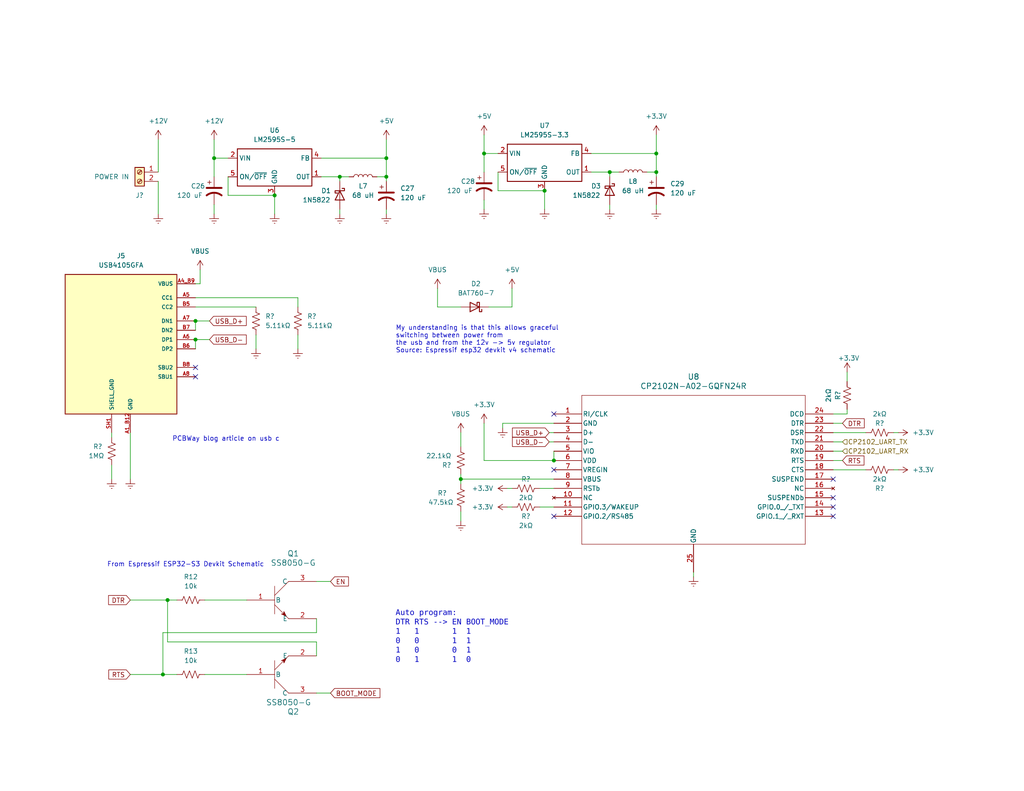
<source format=kicad_sch>
(kicad_sch (version 20230121) (generator eeschema)
  (paper "USLetter")
  (title_block (title "Power and USB") (date "2023-10-17") (rev "0.1") (company "Texas A&M ECEN Capstone"))
  (lib_symbols
    (symbol "CP2102:CP2102N-A02-GQFN24R" (pin_names (offset 0.254))
      (property "Reference" "U7" (at 38.1 10.16 0))
      (property "Value" "CP2102N-A02-GQFN24R" (at 38.1 7.62 0))
      (symbol "CP2102N-A02-GQFN24R_0_1"
        (polyline (pts (xy 7.62 -35.56) (xy 68.58 -35.56)) (stroke (width 0.127)))
        (polyline (pts (xy 7.62 5.08) (xy 7.62 -35.56)) (stroke (width 0.127)))
        (polyline (pts (xy 68.58 -35.56) (xy 68.58 5.08)) (stroke (width 0.127)))
        (polyline (pts (xy 68.58 5.08) (xy 7.62 5.08)) (stroke (width 0.127)))
        (pin bidirectional line (at 0 0 0) (length 7.62) (name "RI/CLK") (number "1"))
        (pin no_connect line (at 0 -22.86 0) (length 7.62) (name "NC") (number "10"))
        (pin bidirectional line (at 0 -25.4 0) (length 7.62) (name "GPIO.3/WAKEUP") (number "11"))
        (pin bidirectional line (at 0 -27.94 0) (length 7.62) (name "GPIO.2/RS485") (number "12"))
        (pin bidirectional line (at 76.2 -27.94 180) (length 7.62) (name "GPIO.1_/_RXT") (number "13"))
        (pin bidirectional line (at 76.2 -25.4 180) (length 7.62) (name "GPIO.0_/_TXT") (number "14"))
        (pin output line (at 76.2 -22.86 180) (length 7.62) (name "SUSPENDb") (number "15"))
        (pin no_connect line (at 76.2 -20.32 180) (length 7.62) (name "NC") (number "16"))
        (pin output line (at 76.2 -17.78 180) (length 7.62) (name "SUSPEND") (number "17"))
        (pin input line (at 76.2 -15.24 180) (length 7.62) (name "CTS") (number "18"))
        (pin output line (at 76.2 -12.7 180) (length 7.62) (name "RTS") (number "19"))
        (pin power_out line (at 0 -2.54 0) (length 7.62) (name "GND") (number "2"))
        (pin input line (at 76.2 -10.16 180) (length 7.62) (name "RXD") (number "20"))
        (pin output line (at 76.2 -7.62 180) (length 7.62) (name "TXD") (number "21"))
        (pin input line (at 76.2 -5.08 180) (length 7.62) (name "DSR") (number "22"))
        (pin output line (at 76.2 -2.54 180) (length 7.62) (name "DTR") (number "23"))
        (pin input line (at 76.2 0 180) (length 7.62) (name "DCD") (number "24"))
        (pin power_out line (at 38.1 -43.18 90) (length 7.62) (name "GND") (number "25"))
        (pin bidirectional line (at 0 -5.08 0) (length 7.62) (name "D+") (number "3"))
        (pin bidirectional line (at 0 -7.62 0) (length 7.62) (name "D-") (number "4"))
        (pin power_in line (at 0 -10.16 0) (length 7.62) (name "VIO") (number "5"))
        (pin power_in line (at 0 -12.7 0) (length 7.62) (name "VDD") (number "6"))
        (pin power_in line (at 0 -15.24 0) (length 7.62) (name "VREGIN") (number "7"))
        (pin input line (at 0 -17.78 0) (length 7.62) (name "VBUS") (number "8"))
        (pin unspecified line (at 0 -20.32 0) (length 7.62) (name "RSTb") (number "9"))
      )
    )
    (symbol "Connector:Screw_Terminal_01x02" (pin_names (offset 1.016) hide)
      (property "Reference" "J" (at 0 2.54 0))
      (property "Value" "Screw_Terminal_01x02" (at 0 -5.08 0))
      (symbol "Screw_Terminal_01x02_1_1"
        (rectangle (start -1.27 1.27) (end 1.27 -3.81) (stroke (width 0.254)) (fill (type background)))
        (circle (center 0 -2.54) (radius 0.635) (stroke (width 0.1524)))
        (polyline (pts (xy -0.5334 -2.2098) (xy 0.3302 -3.048)) (stroke (width 0.1524)))
        (polyline (pts (xy -0.5334 0.3302) (xy 0.3302 -0.508)) (stroke (width 0.1524)))
        (polyline (pts (xy -0.3556 -2.032) (xy 0.508 -2.8702)) (stroke (width 0.1524)))
        (polyline (pts (xy -0.3556 0.508) (xy 0.508 -0.3302)) (stroke (width 0.1524)))
        (circle (center 0 0) (radius 0.635) (stroke (width 0.1524)))
        (pin passive line (at -5.08 0 0) (length 3.81) (name "Pin_1") (number "1"))
        (pin passive line (at -5.08 -2.54 0) (length 3.81) (name "Pin_2") (number "2"))
      )
    )
    (symbol "Device:C_Polarized_US" (pin_numbers hide) (pin_names (offset 0.254) hide)
      (property "Reference" "C" (at 0.635 2.54 0))
      (property "Value" "C_Polarized_US" (at 0.635 -2.54 0))
      (symbol "C_Polarized_US_0_1"
        (polyline (pts (xy -2.032 0.762) (xy 2.032 0.762)) (stroke (width 0.508)))
        (polyline (pts (xy -1.778 2.286) (xy -0.762 2.286)))
        (polyline (pts (xy -1.27 1.778) (xy -1.27 2.794)))
        (arc (start 2.032 -1.27) (mid 0 -0.5572) (end -2.032 -1.27) (stroke (width 0.508)))
      )
      (symbol "C_Polarized_US_1_1"
        (pin passive line (at 0 3.81 270) (length 2.794) (name "~") (number "1"))
        (pin passive line (at 0 -3.81 90) (length 3.302) (name "~") (number "2"))
      )
    )
    (symbol "Device:D_Schottky" (pin_numbers hide) (pin_names (offset 1.016) hide)
      (property "Reference" "D2" (at -0.3175 -6.35 0))
      (property "Value" "BAT760-7" (at -0.3175 -3.81 0))
      (symbol "D_Schottky_0_1"
        (polyline (pts (xy 1.27 0) (xy -1.27 0)))
        (polyline (pts (xy 1.27 1.27) (xy 1.27 -1.27) (xy -1.27 0) (xy 1.27 1.27)) (stroke (width 0.254)))
        (polyline (pts (xy -1.905 0.635) (xy -1.905 1.27) (xy -1.27 1.27) (xy -1.27 -1.27) (xy -0.635 -1.27) (xy -0.635 -0.635)) (stroke (width 0.254)))
      )
      (symbol "D_Schottky_1_1"
        (pin passive line (at 3.81 0 180) (length 2.54) (name "A") (number "1"))
        (pin passive line (at -3.81 0 0) (length 2.54) (name "K") (number "2"))
      )
    )
    (symbol "Device:L" (pin_numbers hide) (pin_names (offset 1.016) hide)
      (property "Reference" "L" (at -1.27 0 90))
      (property "Value" "L" (at 1.905 0 90))
      (symbol "L_0_1"
        (arc (start 0 -2.54) (mid 0.6323 -1.905) (end 0 -1.27))
        (arc (start 0 -1.27) (mid 0.6323 -0.635) (end 0 0))
        (arc (start 0 0) (mid 0.6323 0.635) (end 0 1.27))
        (arc (start 0 1.27) (mid 0.6323 1.905) (end 0 2.54))
      )
      (symbol "L_1_1"
        (pin passive line (at 0 3.81 270) (length 1.27) (name "1") (number "1"))
        (pin passive line (at 0 -3.81 90) (length 1.27) (name "2") (number "2"))
      )
    )
    (symbol "Device:R_US" (pin_numbers hide) (pin_names (offset 0))
      (property "Reference" "R" (at 2.54 0 90))
      (property "Value" "R_US" (at -2.54 0 90))
      (symbol "R_US_0_1"
        (polyline (pts (xy 0 -2.286) (xy 0 -2.54)))
        (polyline (pts (xy 0 2.286) (xy 0 2.54)))
        (polyline (pts (xy 0 -0.762) (xy 1.016 -1.143) (xy 0 -1.524) (xy -1.016 -1.905) (xy 0 -2.286)))
        (polyline (pts (xy 0 0.762) (xy 1.016 0.381) (xy 0 0) (xy -1.016 -0.381) (xy 0 -0.762)))
        (polyline (pts (xy 0 2.286) (xy 1.016 1.905) (xy 0 1.524) (xy -1.016 1.143) (xy 0 0.762)))
      )
      (symbol "R_US_1_1"
        (pin passive line (at 0 3.81 270) (length 1.27) (name "~") (number "1"))
        (pin passive line (at 0 -3.81 90) (length 1.27) (name "~") (number "2"))
      )
    )
    (symbol "Diode:1N5822" (pin_numbers hide) (pin_names (offset 1.016) hide)
      (property "Reference" "D" (at 0 2.54 0))
      (property "Value" "1N5822" (at 0 -2.54 0))
      (symbol "1N5822_0_1"
        (polyline (pts (xy 1.27 0) (xy -1.27 0)))
        (polyline (pts (xy 1.27 1.27) (xy 1.27 -1.27) (xy -1.27 0) (xy 1.27 1.27)) (stroke (width 0.254)))
        (polyline (pts (xy -1.905 0.635) (xy -1.905 1.27) (xy -1.27 1.27) (xy -1.27 -1.27) (xy -0.635 -1.27) (xy -0.635 -0.635)) (stroke (width 0.254)))
      )
      (symbol "1N5822_1_1"
        (pin passive line (at -3.81 0 0) (length 2.54) (name "K") (number "1"))
        (pin passive line (at 3.81 0 180) (length 2.54) (name "A") (number "2"))
      )
    )
    (symbol "Regulator_Switching:LM2595S-3.3"
      (property "Reference" "U6" (at 0 10.16 0))
      (property "Value" "LM2595S-3.3" (at 0 7.62 0))
      (symbol "LM2595S-3.3_1_1"
        (rectangle (start -10.16 5.08) (end 10.16 -5.08) (stroke (width 0.254)))
        (pin output line (at 12.7 -2.54 180) (length 2.54) (name "OUT") (number "1"))
        (pin power_in line (at -12.7 2.54 0) (length 2.54) (name "VIN") (number "2"))
        (pin power_in line (at 0 -7.62 90) (length 2.54) (name "GND") (number "3"))
        (pin input line (at 12.7 2.54 180) (length 2.54) (name "FB") (number "4"))
        (pin input line (at -12.7 -2.54 0) (length 2.54) (name "ON/~{OFF}") (number "5"))
      )
    )
    (symbol "Regulator_Switching:LM2595S-5"
      (property "Reference" "U7" (at 0 10.16 0))
      (property "Value" "LM2595S-5" (at 0 7.62 0))
      (symbol "LM2595S-5_1_1"
        (rectangle (start -10.16 5.08) (end 10.16 -5.08) (stroke (width 0.254)))
        (pin output line (at 12.7 -2.54 180) (length 2.54) (name "OUT") (number "1"))
        (pin power_in line (at -12.7 2.54 0) (length 2.54) (name "VIN") (number "2"))
        (pin power_in line (at 0 -7.62 90) (length 2.54) (name "GND") (number "3"))
        (pin input line (at 12.7 2.54 180) (length 2.54) (name "FB") (number "4"))
        (pin input line (at -12.7 -2.54 0) (length 2.54) (name "ON/~{OFF}") (number "5"))
      )
    )
    (symbol "SS8050-G_1" (pin_names (offset 0.254))
      (property "Reference" "Q1" (at 20.32 12.7 0))
      (property "Value" "SS8050-G" (at 20.32 10.16 0))
      (symbol "SS8050-G_1_0_1"
        (polyline (pts (xy 15.24 -1.27) (xy 17.78 -3.81)) (stroke (width 0.127)))
        (polyline (pts (xy 15.24 1.27) (xy 19.05 5.08)) (stroke (width 0.127)))
        (polyline (pts (xy 15.24 3.81) (xy 15.24 -3.81)) (stroke (width 0.127)))
        (polyline (pts (xy 17.145 -3.81) (xy 18.415 -4.445)) (stroke (width 0.127)))
        (polyline (pts (xy 17.78 -3.81) (xy 17.145 -3.81)) (stroke (width 0.127)))
        (polyline (pts (xy 17.78 -3.175) (xy 17.78 -3.81)) (stroke (width 0.127)))
        (polyline (pts (xy 18.415 -4.445) (xy 17.78 -3.175)) (stroke (width 0.127)))
        (polyline (pts (xy 18.415 -4.445) (xy 19.05 -5.08)) (stroke (width 0.127)))
        (polyline (pts (xy 17.145 -3.81) (xy 17.78 -3.81) (xy 17.78 -3.175) (xy 18.415 -4.445)) (fill (type outline)))
      )
      (symbol "SS8050-G_1_1_1"
        (pin free line (at 7.62 0 0) (length 7.62) (name "B") (number "1"))
        (pin free line (at 26.67 -5.08 180) (length 7.62) (name "E") (number "2"))
        (pin free line (at 26.67 5.08 180) (length 7.62) (name "C") (number "3"))
      )
    )
    (symbol "USB_conn:USB4105GFA" (pin_names (offset 1.016))
      (property "Reference" "J12" (at 0 17.78 0))
      (property "Value" "USB4105GFA" (at 0 15.24 0))
      (symbol "USB4105GFA_0_0"
        (rectangle (start -15.24 12.7) (end 15.24 -25.4) (stroke (width 0.254)) (fill (type background)))
        (pin power_in line (at 2.54 -30.48 90) (length 5.08) (name "GND") (number "A1_B12"))
        (pin power_in line (at 20.32 10.16 180) (length 5.08) (name "VBUS") (number "A4_B9"))
        (pin bidirectional line (at 20.32 6.35 180) (length 5.08) (name "CC1") (number "A5"))
        (pin bidirectional line (at 20.32 -5.08 180) (length 5.08) (name "DP1") (number "A6"))
        (pin bidirectional line (at 20.32 0 180) (length 5.08) (name "DN1") (number "A7"))
        (pin bidirectional line (at 20.32 -15.24 180) (length 5.08) (name "SBU1") (number "A8"))
        (pin bidirectional line (at 20.32 3.81 180) (length 5.08) (name "CC2") (number "B5"))
        (pin bidirectional line (at 20.32 -7.62 180) (length 5.08) (name "DP2") (number "B6"))
        (pin bidirectional line (at 20.32 -2.54 180) (length 5.08) (name "DN2") (number "B7"))
        (pin bidirectional line (at 20.32 -12.7 180) (length 5.08) (name "SBU2") (number "B8"))
        (pin power_in line (at -2.54 -30.48 90) (length 5.08) (name "SHELL_GND") (number "SH1"))
      )
    )
    (symbol "power:+12V" (power) (pin_names (offset 0))
      (property "Value" "+12V" (at 0 3.556 0))
      (symbol "+12V_0_1"
        (polyline (pts (xy -0.762 1.27) (xy 0 2.54)))
        (polyline (pts (xy 0 0) (xy 0 2.54)))
        (polyline (pts (xy 0 2.54) (xy 0.762 1.27)))
      )
      (symbol "+12V_1_1"
        (pin power_in line (at 0 0 90) (length 0) hide (name "+12V") (number "1"))
      )
    )
    (symbol "power:+3.3V" (power) (pin_names (offset 0))
      (property "Value" "+3.3V" (at 0 3.556 0))
      (symbol "+3.3V_0_1"
        (polyline (pts (xy -0.762 1.27) (xy 0 2.54)))
        (polyline (pts (xy 0 0) (xy 0 2.54)))
        (polyline (pts (xy 0 2.54) (xy 0.762 1.27)))
      )
      (symbol "+3.3V_1_1"
        (pin power_in line (at 0 0 90) (length 0) hide (name "+3.3V") (number "1"))
      )
    )
    (symbol "power:+5V" (power) (pin_names (offset 0))
      (property "Value" "+5V" (at 0 3.556 0))
      (symbol "+5V_0_1"
        (polyline (pts (xy -0.762 1.27) (xy 0 2.54)))
        (polyline (pts (xy 0 0) (xy 0 2.54)))
        (polyline (pts (xy 0 2.54) (xy 0.762 1.27)))
      )
      (symbol "+5V_1_1"
        (pin power_in line (at 0 0 90) (length 0) hide (name "+5V") (number "1"))
      )
    )
    (symbol "power:GNDREF" (power) (pin_names (offset 0))
      (property "Value" "GNDREF" (at 0 -3.81 0))
      (symbol "GNDREF_0_1"
        (polyline (pts (xy -0.635 -1.905) (xy 0.635 -1.905)))
        (polyline (pts (xy -0.127 -2.54) (xy 0.127 -2.54)))
        (polyline (pts (xy 0 -1.27) (xy 0 0)))
        (polyline (pts (xy 1.27 -1.27) (xy -1.27 -1.27)))
      )
      (symbol "GNDREF_1_1"
        (pin power_in line (at 0 0 270) (length 0) hide (name "GNDREF") (number "1"))
      )
    )
    (symbol "power:VBUS" (power) (pin_names (offset 0))
      (property "Value" "VBUS" (at 0 3.81 0))
      (symbol "VBUS_0_1"
        (polyline (pts (xy -0.762 1.27) (xy 0 2.54)))
        (polyline (pts (xy 0 0) (xy 0 2.54)))
        (polyline (pts (xy 0 2.54) (xy 0.762 1.27)))
      )
      (symbol "VBUS_1_1"
        (pin power_in line (at 0 0 90) (length 0) hide (name "VBUS") (number "1"))
      )
    )
  )
  (junction (at 105.41 48.26))
  (junction (at 166.37 46.99))
  (junction (at 53.34 87.63))
  (junction (at 105.41 43.18))
  (junction (at 148.59 52.07))
  (junction (at 53.34 92.71))
  (junction (at 45.72 163.83))
  (junction (at 58.42 43.18))
  (junction (at 44.45 184.15))
  (junction (at 179.07 41.91))
  (junction (at 74.93 53.34))
  (junction (at 151.13 125.73))
  (junction (at 92.71 48.26))
  (junction (at 132.08 41.91))
  (junction (at 125.73 130.81))
  (junction (at 179.07 46.99))
  (no_connect (at 151.13 140.97))
  (no_connect (at 151.13 113.03))
  (no_connect (at 53.34 102.87))
  (no_connect (at 227.33 138.43))
  (no_connect (at 227.33 140.97))
  (no_connect (at 151.13 128.27))
  (no_connect (at 53.34 100.33))
  (no_connect (at 227.33 135.89))
  (no_connect (at 227.33 130.81))
  (wire (pts (xy 229.87 123.19) (xy 227.33 123.19)))
  (wire (pts (xy 137.16 116.84) (xy 137.16 115.57)))
  (wire (pts (xy 151.13 123.19) (xy 151.13 125.73)))
  (wire (pts (xy 105.41 48.26) (xy 102.87 48.26)))
  (wire (pts (xy 135.89 52.07) (xy 135.89 46.99)))
  (wire (pts (xy 53.34 77.47) (xy 54.61 77.47)))
  (wire (pts (xy 35.56 184.15) (xy 44.45 184.15)))
  (wire (pts (xy 81.28 81.28) (xy 81.28 83.82)))
  (wire (pts (xy 149.86 120.65) (xy 151.13 120.65)))
  (wire (pts (xy 92.71 48.26) (xy 87.63 48.26)))
  (wire (pts (xy 44.45 184.15) (xy 48.26 184.15)))
  (wire (pts (xy 125.73 130.81) (xy 151.13 130.81)))
  (wire (pts (xy 133.35 83.82) (xy 139.7 83.82)))
  (wire (pts (xy 55.88 163.83) (xy 67.31 163.83)))
  (wire (pts (xy 243.84 118.11) (xy 245.11 118.11)))
  (wire (pts (xy 179.07 46.99) (xy 179.07 48.26)))
  (wire (pts (xy 132.08 36.83) (xy 132.08 41.91)))
  (wire (pts (xy 139.7 133.35) (xy 138.43 133.35)))
  (wire (pts (xy 166.37 46.99) (xy 161.29 46.99)))
  (wire (pts (xy 53.34 92.71) (xy 57.15 92.71)))
  (wire (pts (xy 189.23 157.48) (xy 189.23 156.21)))
  (wire (pts (xy 30.48 118.11) (xy 30.48 119.38)))
  (wire (pts (xy 132.08 125.73) (xy 151.13 125.73)))
  (wire (pts (xy 151.13 133.35) (xy 147.32 133.35)))
  (wire (pts (xy 166.37 55.88) (xy 166.37 57.15)))
  (wire (pts (xy 62.23 53.34) (xy 62.23 48.26)))
  (wire (pts (xy 74.93 53.34) (xy 62.23 53.34)))
  (wire (pts (xy 231.14 113.03) (xy 227.33 113.03)))
  (wire (pts (xy 86.36 179.07) (xy 86.36 175.26)))
  (wire (pts (xy 105.41 38.1) (xy 105.41 43.18)))
  (wire (pts (xy 30.48 127) (xy 30.48 130.81)))
  (wire (pts (xy 44.45 172.72) (xy 44.45 184.15)))
  (wire (pts (xy 54.61 73.66) (xy 54.61 77.47)))
  (wire (pts (xy 53.34 95.25) (xy 53.34 92.71)))
  (wire (pts (xy 125.73 139.7) (xy 125.73 142.24)))
  (wire (pts (xy 86.36 158.75) (xy 90.17 158.75)))
  (wire (pts (xy 95.25 48.26) (xy 92.71 48.26)))
  (wire (pts (xy 53.34 83.82) (xy 69.85 83.82)))
  (wire (pts (xy 119.38 83.82) (xy 125.73 83.82)))
  (wire (pts (xy 179.07 36.83) (xy 179.07 41.91)))
  (wire (pts (xy 227.33 128.27) (xy 236.22 128.27)))
  (wire (pts (xy 45.72 163.83) (xy 45.72 175.26)))
  (wire (pts (xy 179.07 55.88) (xy 179.07 57.15)))
  (wire (pts (xy 86.36 175.26) (xy 45.72 175.26)))
  (wire (pts (xy 58.42 38.1) (xy 58.42 43.18)))
  (wire (pts (xy 119.38 78.74) (xy 119.38 83.82)))
  (wire (pts (xy 87.63 43.18) (xy 105.41 43.18)))
  (wire (pts (xy 132.08 115.57) (xy 132.08 125.73)))
  (wire (pts (xy 86.36 172.72) (xy 44.45 172.72)))
  (wire (pts (xy 81.28 91.44) (xy 81.28 95.25)))
  (wire (pts (xy 92.71 49.53) (xy 92.71 48.26)))
  (wire (pts (xy 53.34 87.63) (xy 57.15 87.63)))
  (wire (pts (xy 58.42 43.18) (xy 58.42 48.26)))
  (wire (pts (xy 43.18 38.1) (xy 43.18 46.99)))
  (wire (pts (xy 105.41 48.26) (xy 105.41 43.18)))
  (wire (pts (xy 151.13 138.43) (xy 147.32 138.43)))
  (wire (pts (xy 125.73 129.54) (xy 125.73 130.81)))
  (wire (pts (xy 168.91 46.99) (xy 166.37 46.99)))
  (wire (pts (xy 132.08 41.91) (xy 135.89 41.91)))
  (wire (pts (xy 231.14 111.76) (xy 231.14 113.03)))
  (wire (pts (xy 125.73 130.81) (xy 125.73 132.08)))
  (wire (pts (xy 166.37 48.26) (xy 166.37 46.99)))
  (wire (pts (xy 74.93 53.34) (xy 74.93 58.42)))
  (wire (pts (xy 179.07 46.99) (xy 176.53 46.99)))
  (wire (pts (xy 35.56 118.11) (xy 35.56 130.81)))
  (wire (pts (xy 58.42 43.18) (xy 62.23 43.18)))
  (wire (pts (xy 148.59 52.07) (xy 135.89 52.07)))
  (wire (pts (xy 149.86 118.11) (xy 151.13 118.11)))
  (wire (pts (xy 55.88 184.15) (xy 67.31 184.15)))
  (wire (pts (xy 231.14 104.14) (xy 231.14 101.6)))
  (wire (pts (xy 58.42 55.88) (xy 58.42 58.42)))
  (wire (pts (xy 137.16 115.57) (xy 151.13 115.57)))
  (wire (pts (xy 86.36 189.23) (xy 90.17 189.23)))
  (wire (pts (xy 139.7 138.43) (xy 138.43 138.43)))
  (wire (pts (xy 229.87 115.57) (xy 227.33 115.57)))
  (wire (pts (xy 139.7 83.82) (xy 139.7 78.74)))
  (wire (pts (xy 53.34 81.28) (xy 81.28 81.28)))
  (wire (pts (xy 179.07 46.99) (xy 179.07 41.91)))
  (wire (pts (xy 35.56 163.83) (xy 45.72 163.83)))
  (wire (pts (xy 105.41 48.26) (xy 105.41 49.53)))
  (wire (pts (xy 148.59 52.07) (xy 148.59 57.15)))
  (wire (pts (xy 161.29 41.91) (xy 179.07 41.91)))
  (wire (pts (xy 132.08 41.91) (xy 132.08 46.99)))
  (wire (pts (xy 43.18 49.53) (xy 43.18 58.42)))
  (wire (pts (xy 86.36 168.91) (xy 86.36 172.72)))
  (wire (pts (xy 132.08 54.61) (xy 132.08 57.15)))
  (wire (pts (xy 125.73 118.11) (xy 125.73 121.92)))
  (wire (pts (xy 45.72 163.83) (xy 48.26 163.83)))
  (wire (pts (xy 227.33 118.11) (xy 236.22 118.11)))
  (wire (pts (xy 69.85 91.44) (xy 69.85 95.25)))
  (wire (pts (xy 105.41 57.15) (xy 105.41 58.42)))
  (wire (pts (xy 243.84 128.27) (xy 245.11 128.27)))
  (wire (pts (xy 229.87 120.65) (xy 227.33 120.65)))
  (wire (pts (xy 229.87 125.73) (xy 227.33 125.73)))
  (wire (pts (xy 92.71 57.15) (xy 92.71 58.42)))
  (wire (pts (xy 53.34 87.63) (xy 53.34 90.17)))
  (text "My understanding is that this allows graceful\nswitching between power from\nthe usb and from the 12v -> 5v regulator\nSource: Espressif esp32 devkit v4 schematic" (at 107.95 96.52 0) (effects (font (size 1.27 1.27)) (justify left bottom)))
  (text "From Espressif ESP32-S3 Devkit Schematic" (at 29.21 154.94 0) (effects (font (size 1.27 1.27)) (justify left bottom)))
  (text "Auto program:\nDTR RTS --> EN BOOT_MODE\n1   1       1  1\n0   0       1  1\n1   0       0  1\n0   1       1  0" (at 107.95 181.61 0) (effects (font (size 1.524 1.524)) (justify left bottom)))
  (text "PCBWay blog article on usb c" (at 46.99 120.65 0) (effects (font (size 1.27 1.27)) (justify left bottom)))
  (global_label "USB_D-" (shape input) (at 57.15 92.71 0) (property "Intersheetrefs" "${INTERSHEET_REFS}" (effects hide)))
  (global_label "USB_D+" (shape input) (at 149.86 118.11 180) (property "Intersheetrefs" "${INTERSHEET_REFS}" (effects hide)))
  (global_label "EN" (shape input) (at 90.17 158.75 0) (property "Intersheetrefs" "${INTERSHEET_REFS}" (effects hide)))
  (global_label "RTS" (shape input) (at 35.56 184.15 180) (property "Intersheetrefs" "${INTERSHEET_REFS}" (effects hide)))
  (global_label "DTR" (shape input) (at 229.87 115.57 0) (property "Intersheetrefs" "${INTERSHEET_REFS}" (effects hide)))
  (global_label "RTS" (shape input) (at 229.87 125.73 0) (property "Intersheetrefs" "${INTERSHEET_REFS}" (effects hide)))
  (global_label "DTR" (shape input) (at 35.56 163.83 180) (property "Intersheetrefs" "${INTERSHEET_REFS}" (effects hide)))
  (global_label "BOOT_MODE" (shape input) (at 90.17 189.23 0) (property "Intersheetrefs" "${INTERSHEET_REFS}" (effects hide)))
  (global_label "USB_D+" (shape input) (at 57.15 87.63 0) (property "Intersheetrefs" "${INTERSHEET_REFS}" (effects hide)))
  (global_label "USB_D-" (shape input) (at 149.86 120.65 180) (property "Intersheetrefs" "${INTERSHEET_REFS}" (effects hide)))
  (hierarchical_label "CP2102_UART_TX" (shape input) (at 229.87 120.65 0))
  (hierarchical_label "CP2102_UART_RX" (shape input) (at 229.87 123.19 0))
  (symbol (lib_id "power:VBUS") (at 125.73 118.11 0) (unit 1)
    (property "Reference" "#PWR?" (effects hide))
    (property "Value" "VBUS" (at 125.73 113.03 0))
    (instances (project "greenhouse-controller-pcb" (path "" (reference "#PWR?") (unit 1)) (path "" (reference "#PWR059") (unit 1))))
  )
  (symbol (lib_id "power:GNDREF") (at 189.23 157.48 0) (unit 1)
    (property "Reference" "#PWR?" (effects hide))
    (property "Value" "GNDREF" (effects hide))
    (instances (project "greenhouse-controller-pcb" (path "" (reference "#PWR?") (unit 1)) (path "" (reference "#PWR071") (unit 1))))
  )
  (symbol (lib_id "Device:R_US") (at 30.48 123.19 0) (unit 1)
    (property "Reference" "R?" (at 25.4 121.92 0) (effects (justify left)))
    (property "Value" "1MΩ" (at 24.13 124.46 0) (effects (justify left)))
    (property "Footprint" "Resistor_SMD:R_0805_2012Metric_Pad1.20x1.40mm_HandSolder" (effects hide))
    (instances (project "greenhouse-controller-pcb" (path "" (reference "R?") (unit 1)) (path "" (reference "R11") (unit 1))))
  )
  (symbol (lib_id "power:GNDREF") (at 105.41 58.42 0) (unit 1)
    (property "Reference" "#PWR?" (effects hide))
    (property "Value" "GNDREF" (effects hide))
    (instances (project "greenhouse-controller-pcb" (path "" (reference "#PWR?") (unit 1)) (path "" (reference "#PWR057") (unit 1))))
  )
  (symbol (lib_id "Device:R_US") (at 52.07 184.15 90) (unit 1)
    (property "Reference" "R13" (at 52.07 177.8 90))
    (property "Value" "10k" (at 52.07 180.34 90))
    (property "Footprint" "Resistor_SMD:R_0805_2012Metric_Pad1.20x1.40mm_HandSolder" (effects hide))
  )
  (symbol (lib_id "power:GNDREF") (at 132.08 57.15 0) (unit 1)
    (property "Reference" "#PWR?" (effects hide))
    (property "Value" "GNDREF" (effects hide))
    (instances (project "greenhouse-controller-pcb" (path "" (reference "#PWR?") (unit 1)) (path "" (reference "#PWR062") (unit 1))))
  )
  (symbol (lib_id "Device:D_Schottky") (at 129.54 83.82 180) (unit 1)
    (property "Reference" "D2" (at 129.8575 77.47 0))
    (property "Value" "BAT760-7" (at 129.8575 80.01 0))
    (property "Footprint" "Library:SOD2513X120N" (effects hide))
  )
  (symbol (lib_id "Device:C_Polarized_US") (at 179.07 52.07 0) (unit 1)
    (property "Reference" "C29" (at 182.88 50.165 0) (effects (justify left)))
    (property "Value" "120 uF" (at 182.88 52.705 0) (effects (justify left)))
    (property "Footprint" "Library:CAP_EEEFNV121XUP" (effects hide))
  )
  (symbol (lib_id "power:GNDREF") (at 179.07 57.15 0) (unit 1)
    (property "Reference" "#PWR?" (effects hide))
    (property "Value" "GNDREF" (effects hide))
    (instances (project "greenhouse-controller-pcb" (path "" (reference "#PWR?") (unit 1)) (path "" (reference "#PWR070") (unit 1))))
  )
  (symbol (lib_name "SS8050-G_1") (lib_id "SS8050:SS8050-G") (at 59.69 184.15 0) (mirror x) (unit 1)
    (property "Reference" "Q2" (at 80.01 194.31 0) (effects (font (size 1.524 1.524))))
    (property "Value" "SS8050-G" (at 78.74 191.77 0) (effects (font (size 1.524 1.524))))
    (property "Footprint" "Library:TRAN_SS8050-G_CIP" (effects hide))
    (property "Datasheet" "SS8050-G" (effects hide))
  )
  (symbol (lib_id "Device:R_US") (at 125.73 135.89 0) (unit 1)
    (property "Reference" "R?" (at 119.38 134.62 0) (effects (justify left)))
    (property "Value" "47.5kΩ" (at 116.84 137.16 0) (effects (justify left)))
    (property "Footprint" "Resistor_SMD:R_0805_2012Metric_Pad1.20x1.40mm_HandSolder" (effects hide))
    (instances (project "greenhouse-controller-pcb" (path "" (reference "R?") (unit 1)) (path "" (reference "R17") (unit 1))))
  )
  (symbol (lib_id "power:+3.3V") (at 138.43 133.35 90) (unit 1)
    (property "Reference" "#PWR?" (effects hide))
    (property "Value" "+3.3V" (at 134.62 133.35 90) (effects (justify left)))
    (instances (project "greenhouse-controller-pcb" (path "" (reference "#PWR?") (unit 1)) (path "" (reference "#PWR065") (unit 1))))
  )
  (symbol (lib_id "Device:R_US") (at 143.51 138.43 90) (unit 1)
    (property "Reference" "R?" (at 143.51 140.97 90))
    (property "Value" "2kΩ" (at 143.51 143.51 90))
    (property "Footprint" "Resistor_SMD:R_0805_2012Metric_Pad1.20x1.40mm_HandSolder" (effects hide))
    (instances (project "greenhouse-controller-pcb" (path "" (reference "R?") (unit 1)) (path "" (reference "R19") (unit 1))))
  )
  (symbol (lib_id "power:+12V") (at 58.42 38.1 0) (unit 1)
    (property "Reference" "#PWR?" (effects hide))
    (property "Value" "+12V" (at 58.42 33.02 0))
    (instances (project "greenhouse-controller-pcb" (path "" (reference "#PWR?") (unit 1)) (path "" (reference "#PWR049") (unit 1))))
  )
  (symbol (lib_id "Device:R_US") (at 52.07 163.83 90) (unit 1)
    (property "Reference" "R12" (at 52.07 157.48 90))
    (property "Value" "10k" (at 52.07 160.02 90))
    (property "Footprint" "Resistor_SMD:R_0805_2012Metric_Pad1.20x1.40mm_HandSolder" (effects hide))
  )
  (symbol (lib_id "power:+3.3V") (at 132.08 115.57 0) (unit 1)
    (property "Reference" "#PWR063" (effects hide))
    (property "Value" "+3.3V" (at 132.08 110.49 0))
  )
  (symbol (lib_id "Device:R_US") (at 69.85 87.63 0) (unit 1)
    (property "Reference" "R?" (at 72.39 86.36 0) (effects (justify left)))
    (property "Value" "5.11kΩ" (at 72.39 88.9 0) (effects (justify left)))
    (property "Footprint" "Resistor_SMD:R_0805_2012Metric_Pad1.20x1.40mm_HandSolder" (effects hide))
    (instances (project "greenhouse-controller-pcb" (path "" (reference "R?") (unit 1)) (path "" (reference "R14") (unit 1))))
  )
  (symbol (lib_id "USB_conn:USB4105GFA") (at 33.02 87.63 0) (unit 1)
    (property "Reference" "J5" (at 33.02 69.85 0))
    (property "Value" "USB4105GFA" (at 33.02 72.39 0))
    (property "Footprint" "Library:GCT_USB4105GFA" (effects hide))
    (property "PARTREV" "B3" (effects hide))
    (property "MANUFACTURER" "Global Connector Technology" (effects hide))
    (property "MAXIMUM_PACKAGE_HEIGHT" "3.31mm" (effects hide))
    (property "STANDARD" "Manufacturer Recommendations" (effects hide))
  )
  (symbol (lib_id "power:+3.3V") (at 231.14 101.6 0) (unit 1)
    (property "Reference" "#PWR?" (effects hide))
    (property "Value" "+3.3V" (at 228.6 97.79 0) (effects (justify left)))
    (instances (project "greenhouse-controller-pcb" (path "" (reference "#PWR?") (unit 1)) (path "" (reference "#PWR072") (unit 1))))
  )
  (symbol (lib_id "CP2102:CP2102N-A02-GQFN24R") (at 151.13 113.03 0) (unit 1)
    (property "Reference" "U8" (at 189.23 102.87 0) (effects (font (size 1.524 1.524))))
    (property "Value" "CP2102N-A02-GQFN24R" (at 189.23 105.41 0) (effects (font (size 1.524 1.524))))
    (property "Footprint" "Library:QFN24_SIL" (effects hide))
    (property "Datasheet" "CP2102N-A02-GQFN24R" (effects hide))
  )
  (symbol (lib_id "power:GNDREF") (at 92.71 58.42 0) (unit 1)
    (property "Reference" "#PWR?" (effects hide))
    (property "Value" "GNDREF" (effects hide))
    (instances (project "greenhouse-controller-pcb" (path "" (reference "#PWR?") (unit 1)) (path "" (reference "#PWR054") (unit 1))))
  )
  (symbol (lib_id "Regulator_Switching:LM2595S-3.3") (at 148.59 44.45 0) (unit 1)
    (property "Reference" "U7" (at 148.59 34.29 0))
    (property "Value" "LM2595S-3.3" (at 148.59 36.83 0))
    (property "Footprint" "Package_TO_SOT_SMD:TO-263-5_TabPin3" (effects hide))
    (property "Datasheet" "http://www.ti.com.cn/cn/lit/ds/symlink/lm2595.pdf" (effects hide))
  )
  (symbol (lib_id "power:VBUS") (at 54.61 73.66 0) (unit 1)
    (property "Reference" "#PWR?" (effects hide))
    (property "Value" "VBUS" (at 54.61 68.58 0))
    (instances (project "greenhouse-controller-pcb" (path "" (reference "#PWR?") (unit 1)) (path "" (reference "#PWR048") (unit 1))))
  )
  (symbol (lib_id "Device:R_US") (at 240.03 128.27 270) (unit 1)
    (property "Reference" "R?" (at 240.03 133.35 90))
    (property "Value" "2kΩ" (at 240.03 130.81 90))
    (property "Footprint" "Resistor_SMD:R_0805_2012Metric_Pad1.20x1.40mm_HandSolder" (effects hide))
    (instances (project "greenhouse-controller-pcb" (path "" (reference "R?") (unit 1)) (path "" (reference "R22") (unit 1))))
  )
  (symbol (lib_name "SS8050-G_1") (lib_id "SS8050:SS8050-G") (at 59.69 163.83 0) (unit 1)
    (property "Reference" "Q1" (at 80.01 151.13 0) (effects (font (size 1.524 1.524))))
    (property "Value" "SS8050-G" (at 80.01 153.67 0) (effects (font (size 1.524 1.524))))
    (property "Footprint" "Library:TRAN_SS8050-G_CIP" (effects hide))
    (property "Datasheet" "SS8050-G" (effects hide))
  )
  (symbol (lib_id "power:GNDREF") (at 69.85 95.25 0) (unit 1)
    (property "Reference" "#PWR?" (effects hide))
    (property "Value" "GNDREF" (effects hide))
    (instances (project "greenhouse-controller-pcb" (path "" (reference "#PWR?") (unit 1)) (path "" (reference "#PWR051") (unit 1))))
  )
  (symbol (lib_id "power:+3.3V") (at 179.07 36.83 0) (unit 1)
    (property "Reference" "#PWR069" (effects hide))
    (property "Value" "+3.3V" (at 179.07 31.75 0))
  )
  (symbol (lib_id "Regulator_Switching:LM2595S-5") (at 74.93 45.72 0) (unit 1)
    (property "Reference" "U6" (at 74.93 35.56 0))
    (property "Value" "LM2595S-5" (at 74.93 38.1 0))
    (property "Footprint" "Package_TO_SOT_SMD:TO-263-5_TabPin3" (effects hide))
    (property "Datasheet" "http://www.ti.com.cn/cn/lit/ds/symlink/lm2595.pdf" (effects hide))
  )
  (symbol (lib_id "Device:R_US") (at 240.03 118.11 270) (unit 1)
    (property "Reference" "R?" (at 240.03 115.57 90))
    (property "Value" "2kΩ" (at 240.03 113.03 90))
    (property "Footprint" "Resistor_SMD:R_0805_2012Metric_Pad1.20x1.40mm_HandSolder" (effects hide))
    (instances (project "greenhouse-controller-pcb" (path "" (reference "R?") (unit 1)) (path "" (reference "R21") (unit 1))))
  )
  (symbol (lib_id "power:GNDREF") (at 81.28 95.25 0) (unit 1)
    (property "Reference" "#PWR?" (effects hide))
    (property "Value" "GNDREF" (effects hide))
    (instances (project "greenhouse-controller-pcb" (path "" (reference "#PWR?") (unit 1)) (path "" (reference "#PWR053") (unit 1))))
  )
  (symbol (lib_id "Device:R_US") (at 143.51 133.35 90) (unit 1)
    (property "Reference" "R?" (at 143.51 130.81 90))
    (property "Value" "2kΩ" (at 143.51 135.89 90))
    (property "Footprint" "Resistor_SMD:R_0805_2012Metric_Pad1.20x1.40mm_HandSolder" (effects hide))
    (instances (project "greenhouse-controller-pcb" (path "" (reference "R?") (unit 1)) (path "" (reference "R18") (unit 1))))
  )
  (symbol (lib_id "power:+12V") (at 43.18 38.1 0) (unit 1)
    (property "Reference" "#PWR?" (effects hide))
    (property "Value" "+12V" (at 43.18 33.02 0))
    (instances (project "greenhouse-controller-pcb" (path "" (reference "#PWR?") (unit 1)) (path "" (reference "#PWR046") (unit 1))))
  )
  (symbol (lib_id "power:GNDREF") (at 43.18 58.42 0) (unit 1)
    (property "Reference" "#PWR?" (effects hide))
    (property "Value" "GNDREF" (effects hide))
    (instances (project "greenhouse-controller-pcb" (path "" (reference "#PWR?") (unit 1)) (path "" (reference "#PWR047") (unit 1))))
  )
  (symbol (lib_id "power:+3.3V") (at 138.43 138.43 90) (unit 1)
    (property "Reference" "#PWR?" (effects hide))
    (property "Value" "+3.3V" (at 134.62 138.43 90) (effects (justify left)))
    (instances (project "greenhouse-controller-pcb" (path "" (reference "#PWR?") (unit 1)) (path "" (reference "#PWR066") (unit 1))))
  )
  (symbol (lib_id "Device:R_US") (at 125.73 125.73 180) (unit 1)
    (property "Reference" "R?" (at 123.19 127 0) (effects (justify left)))
    (property "Value" "22.1kΩ" (at 123.19 124.46 0) (effects (justify left)))
    (property "Footprint" "Resistor_SMD:R_0805_2012Metric_Pad1.20x1.40mm_HandSolder" (effects hide))
    (instances (project "greenhouse-controller-pcb" (path "" (reference "R?") (unit 1)) (path "" (reference "R16") (unit 1))))
  )
  (symbol (lib_id "power:+5V") (at 105.41 38.1 0) (unit 1)
    (property "Reference" "#PWR056" (effects hide))
    (property "Value" "+5V" (at 105.41 33.02 0))
  )
  (symbol (lib_id "Device:R_US") (at 81.28 87.63 0) (unit 1)
    (property "Reference" "R?" (at 83.82 86.36 0) (effects (justify left)))
    (property "Value" "5.11kΩ" (at 83.82 88.9 0) (effects (justify left)))
    (property "Footprint" "Resistor_SMD:R_0805_2012Metric_Pad1.20x1.40mm_HandSolder" (effects hide))
    (instances (project "greenhouse-controller-pcb" (path "" (reference "R?") (unit 1)) (path "" (reference "R15") (unit 1))))
  )
  (symbol (lib_id "power:GNDREF") (at 35.56 130.81 0) (unit 1)
    (property "Reference" "#PWR?" (effects hide))
    (property "Value" "GNDREF" (effects hide))
    (instances (project "greenhouse-controller-pcb" (path "" (reference "#PWR?") (unit 1)) (path "" (reference "#PWR045") (unit 1))))
  )
  (symbol (lib_id "Device:R_US") (at 231.14 107.95 0) (unit 1)
    (property "Reference" "R?" (at 228.6 107.95 90))
    (property "Value" "2kΩ" (at 226.06 107.95 90))
    (property "Footprint" "Resistor_SMD:R_0805_2012Metric_Pad1.20x1.40mm_HandSolder" (effects hide))
    (instances (project "greenhouse-controller-pcb" (path "" (reference "R?") (unit 1)) (path "" (reference "R20") (unit 1))))
  )
  (symbol (lib_id "power:+5V") (at 139.7 78.74 0) (unit 1)
    (property "Reference" "#PWR058" (effects hide))
    (property "Value" "+5V" (at 139.7 73.66 0))
  )
  (symbol (lib_id "Device:C_Polarized_US") (at 105.41 53.34 0) (unit 1)
    (property "Reference" "C27" (at 109.22 51.435 0) (effects (justify left)))
    (property "Value" "120 uF" (at 109.22 53.975 0) (effects (justify left)))
    (property "Footprint" "Library:CAP_EEEFNV121XUP" (effects hide))
  )
  (symbol (lib_id "Device:L") (at 172.72 46.99 90) (unit 1)
    (property "Reference" "L8" (at 172.72 49.53 90))
    (property "Value" "68 uH" (at 172.72 52.07 90))
    (property "Footprint" "Inductor_SMD:L_0805_2012Metric_Pad1.15x1.40mm_HandSolder" (effects hide))
  )
  (symbol (lib_id "power:GNDREF") (at 148.59 57.15 0) (unit 1)
    (property "Reference" "#PWR?" (effects hide))
    (property "Value" "GNDREF" (effects hide))
    (instances (project "greenhouse-controller-pcb" (path "" (reference "#PWR?") (unit 1)) (path "" (reference "#PWR067") (unit 1))))
  )
  (symbol (lib_id "power:+3.3V") (at 245.11 128.27 270) (unit 1)
    (property "Reference" "#PWR?" (effects hide))
    (property "Value" "+3.3V" (at 248.92 128.27 90) (effects (justify left)))
    (instances (project "greenhouse-controller-pcb" (path "" (reference "#PWR?") (unit 1)) (path "" (reference "#PWR074") (unit 1))))
  )
  (symbol (lib_id "power:+5V") (at 132.08 36.83 0) (unit 1)
    (property "Reference" "#PWR061" (effects hide))
    (property "Value" "+5V" (at 132.08 31.75 0))
  )
  (symbol (lib_id "power:GNDREF") (at 30.48 130.81 0) (unit 1)
    (property "Reference" "#PWR?" (effects hide))
    (property "Value" "GNDREF" (effects hide))
    (instances (project "greenhouse-controller-pcb" (path "" (reference "#PWR?") (unit 1)) (path "" (reference "#PWR044") (unit 1))))
  )
  (symbol (lib_id "Diode:1N5822") (at 92.71 53.34 270) (unit 1)
    (property "Reference" "D1" (at 87.63 52.07 90) (effects (justify left)))
    (property "Value" "1N5822" (at 82.55 54.61 90) (effects (justify left)))
    (property "Footprint" "Diode_THT:D_DO-201AD_P15.24mm_Horizontal" (effects hide))
    (property "Datasheet" "http://www.vishay.com/docs/88526/1n5820.pdf" (effects hide))
  )
  (symbol (lib_id "power:GNDREF") (at 125.73 142.24 0) (unit 1)
    (property "Reference" "#PWR?" (effects hide))
    (property "Value" "GNDREF" (effects hide))
    (instances (project "greenhouse-controller-pcb" (path "" (reference "#PWR?") (unit 1)) (path "" (reference "#PWR060") (unit 1))))
  )
  (symbol (lib_id "Device:C_Polarized_US") (at 58.42 52.07 0) (unit 1)
    (property "Reference" "C26" (at 52.07 50.8 0) (effects (justify left)))
    (property "Value" "120 uF" (at 48.26 53.34 0) (effects (justify left)))
    (property "Footprint" "Library:CAP_EEEFNV121XUP" (effects hide))
  )
  (symbol (lib_id "power:+3.3V") (at 245.11 118.11 270) (unit 1)
    (property "Reference" "#PWR?" (effects hide))
    (property "Value" "+3.3V" (at 248.92 118.11 90) (effects (justify left)))
    (instances (project "greenhouse-controller-pcb" (path "" (reference "#PWR?") (unit 1)) (path "" (reference "#PWR073") (unit 1))))
  )
  (symbol (lib_id "Device:L") (at 99.06 48.26 90) (unit 1)
    (property "Reference" "L7" (at 99.06 50.8 90))
    (property "Value" "68 uH" (at 99.06 53.34 90))
    (property "Footprint" "Inductor_SMD:L_0805_2012Metric_Pad1.15x1.40mm_HandSolder" (effects hide))
  )
  (symbol (lib_id "Device:C_Polarized_US") (at 132.08 50.8 0) (unit 1)
    (property "Reference" "C28" (at 125.73 49.53 0) (effects (justify left)))
    (property "Value" "120 uF" (at 121.92 52.07 0) (effects (justify left)))
    (property "Footprint" "Library:CAP_EEEFNV121XUP" (effects hide))
  )
  (symbol (lib_id "Connector:Screw_Terminal_01x02") (at 38.1 46.99 0) (mirror y) (unit 1)
    (property "Reference" "J?" (at 38.1 53.34 0))
    (property "Value" "POWER IN" (at 30.48 48.26 0))
    (property "Footprint" "Library:CUI_TB007-508-02BE" (effects hide))
    (instances (project "greenhouse-controller-pcb" (path "" (reference "J?") (unit 1)) (path "" (reference "J6") (unit 1))))
  )
  (symbol (lib_id "power:GNDREF") (at 166.37 57.15 0) (unit 1)
    (property "Reference" "#PWR?" (effects hide))
    (property "Value" "GNDREF" (effects hide))
    (instances (project "greenhouse-controller-pcb" (path "" (reference "#PWR?") (unit 1)) (path "" (reference "#PWR068") (unit 1))))
  )
  (symbol (lib_id "power:GNDREF") (at 58.42 58.42 0) (unit 1)
    (property "Reference" "#PWR?" (effects hide))
    (property "Value" "GNDREF" (effects hide))
    (instances (project "greenhouse-controller-pcb" (path "" (reference "#PWR?") (unit 1)) (path "" (reference "#PWR050") (unit 1))))
  )
  (symbol (lib_id "power:GNDREF") (at 74.93 58.42 0) (unit 1)
    (property "Reference" "#PWR?" (effects hide))
    (property "Value" "GNDREF" (effects hide))
    (instances (project "greenhouse-controller-pcb" (path "" (reference "#PWR?") (unit 1)) (path "" (reference "#PWR052") (unit 1))))
  )
  (symbol (lib_id "power:VBUS") (at 119.38 78.74 0) (unit 1)
    (property "Reference" "#PWR055" (effects hide))
    (property "Value" "VBUS" (at 119.38 73.66 0))
  )
  (symbol (lib_id "Diode:1N5822") (at 166.37 52.07 270) (unit 1)
    (property "Reference" "D3" (at 161.29 50.8 90) (effects (justify left)))
    (property "Value" "1N5822" (at 156.21 53.34 90) (effects (justify left)))
    (property "Footprint" "Diode_THT:D_DO-201AD_P15.24mm_Horizontal" (effects hide))
    (property "Datasheet" "http://www.vishay.com/docs/88526/1n5820.pdf" (effects hide))
  )
  (symbol (lib_id "power:GNDREF") (at 137.16 116.84 0) (unit 1)
    (property "Reference" "#PWR064" (effects hide))
    (property "Value" "GNDREF" (effects hide))
  )
)
</source>
